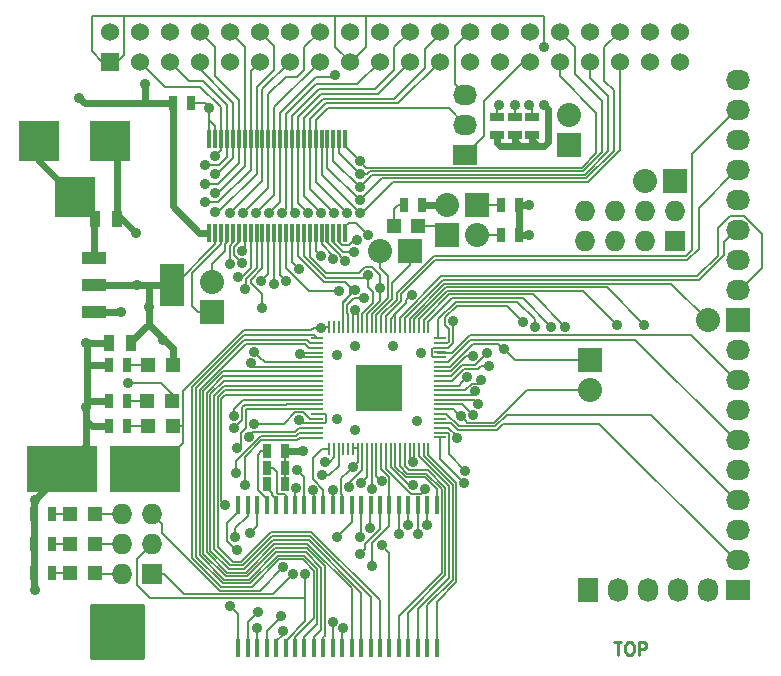
<source format=gtl>
G04 #@! TF.FileFunction,Copper,L1,Top,Signal*
%FSLAX46Y46*%
G04 Gerber Fmt 4.6, Leading zero omitted, Abs format (unit mm)*
G04 Created by KiCad (PCBNEW 0.201506030104+5696~23~ubuntu14.04.1-product) date Fri 05 Jun 2015 04:35:16 PM AEST*
%MOMM*%
G01*
G04 APERTURE LIST*
%ADD10C,0.100000*%
%ADD11C,0.262890*%
%ADD12R,1.524000X1.524000*%
%ADD13C,1.524000*%
%ADD14R,6.000000X4.000000*%
%ADD15R,0.419100X1.500000*%
%ADD16R,1.198880X1.198880*%
%ADD17R,2.032000X2.032000*%
%ADD18O,2.032000X2.032000*%
%ADD19R,2.032000X1.727200*%
%ADD20O,2.032000X1.727200*%
%ADD21R,1.727200X1.727200*%
%ADD22O,1.727200X1.727200*%
%ADD23R,0.299720X1.501140*%
%ADD24R,1.727200X2.032000*%
%ADD25O,1.727200X2.032000*%
%ADD26R,0.635000X1.143000*%
%ADD27R,0.889000X1.397000*%
%ADD28R,3.500120X3.500120*%
%ADD29R,2.032000X3.657600*%
%ADD30R,2.032000X1.016000*%
%ADD31R,1.143000X0.635000*%
%ADD32R,1.000000X0.198120*%
%ADD33R,1.000000X0.200660*%
%ADD34R,0.198120X1.000000*%
%ADD35R,0.200660X1.000000*%
%ADD36R,4.000000X4.000000*%
%ADD37C,0.889000*%
%ADD38C,0.600000*%
%ADD39C,0.152400*%
%ADD40C,0.254000*%
G04 APERTURE END LIST*
D10*
D11*
X68018054Y-71215368D02*
X68638540Y-71215368D01*
X68328297Y-72301218D02*
X68328297Y-71215368D01*
X69207318Y-71215368D02*
X69414147Y-71215368D01*
X69517561Y-71267075D01*
X69620975Y-71370489D01*
X69672683Y-71577318D01*
X69672683Y-71939268D01*
X69620975Y-72146096D01*
X69517561Y-72249511D01*
X69414147Y-72301218D01*
X69207318Y-72301218D01*
X69103904Y-72249511D01*
X69000490Y-72146096D01*
X68948783Y-71939268D01*
X68948783Y-71577318D01*
X69000490Y-71370489D01*
X69103904Y-71267075D01*
X69207318Y-71215368D01*
X70138047Y-72301218D02*
X70138047Y-71215368D01*
X70551704Y-71215368D01*
X70655118Y-71267075D01*
X70706825Y-71318782D01*
X70758532Y-71422196D01*
X70758532Y-71577318D01*
X70706825Y-71680732D01*
X70655118Y-71732439D01*
X70551704Y-71784146D01*
X70138047Y-71784146D01*
D12*
X25311100Y-22083600D03*
D13*
X27851100Y-22083600D03*
X30391100Y-22083600D03*
X32931100Y-22083600D03*
X35471100Y-22083600D03*
X38011100Y-22083600D03*
X25311100Y-19543600D03*
X27851100Y-19543600D03*
X30391100Y-19543600D03*
X32931100Y-19543600D03*
X35471100Y-19543600D03*
X38011100Y-19543600D03*
X40551100Y-22083600D03*
X40551100Y-19543600D03*
X43091100Y-22083600D03*
X45631100Y-22083600D03*
X48171100Y-22083600D03*
X50711100Y-22083600D03*
X53251100Y-22083600D03*
X55791100Y-22083600D03*
X43091100Y-19543600D03*
X45631100Y-19543600D03*
X48171100Y-19543600D03*
X50711100Y-19543600D03*
X53251100Y-19543600D03*
X55791100Y-19543600D03*
X58331100Y-22083600D03*
X58331100Y-19543600D03*
X60871100Y-22083600D03*
X63411100Y-22083600D03*
X65951100Y-22083600D03*
X68491100Y-22083600D03*
X71031100Y-22083600D03*
X73571100Y-22083600D03*
X60871100Y-19543600D03*
X63411100Y-19543600D03*
X65951100Y-19543600D03*
X68491100Y-19543600D03*
X71031100Y-19543600D03*
X73571100Y-19543600D03*
D14*
X28310000Y-56560000D03*
X21310000Y-56560000D03*
D15*
X36197680Y-71707500D03*
X36197680Y-59642500D03*
X36997780Y-71710040D03*
X36997780Y-59642500D03*
X37797880Y-71710040D03*
X37797880Y-59642500D03*
X38597980Y-71710040D03*
X38597980Y-59642500D03*
X39398080Y-71710040D03*
X39398080Y-59642500D03*
X40198180Y-71710040D03*
X40198180Y-59642500D03*
X40998280Y-71710040D03*
X40998280Y-59642500D03*
X41798380Y-71710040D03*
X41798380Y-59642500D03*
X42598480Y-71710040D03*
X42598480Y-59642500D03*
X43398580Y-71710040D03*
X43398580Y-59642500D03*
X44198680Y-71710040D03*
X44198680Y-59642500D03*
X44998780Y-71710040D03*
X44998780Y-59642500D03*
X45798880Y-71710040D03*
X45798880Y-59642500D03*
X46598980Y-71710040D03*
X46598980Y-59642500D03*
X47399080Y-71710040D03*
X47399080Y-59642500D03*
X48199180Y-71710040D03*
X48199180Y-59642500D03*
X48999280Y-71710040D03*
X48999280Y-59642500D03*
X49799380Y-71710040D03*
X49799380Y-59642500D03*
X50599480Y-71710040D03*
X50599480Y-59642500D03*
X51399580Y-71710040D03*
X51399580Y-59642500D03*
X52199680Y-71710040D03*
X52199680Y-59642500D03*
X52999780Y-71710040D03*
X52999780Y-59642500D03*
D16*
X24054020Y-65390000D03*
X21955980Y-65390000D03*
X24054020Y-62890000D03*
X21955980Y-62890000D03*
X24054020Y-60390000D03*
X21955980Y-60390000D03*
D17*
X65989200Y-47345600D03*
D18*
X65989200Y-49885600D03*
D19*
X55400000Y-29940000D03*
D20*
X55400000Y-27400000D03*
X55400000Y-24860000D03*
D17*
X64200000Y-29170000D03*
D18*
X64200000Y-26630000D03*
D16*
X30669020Y-52960000D03*
X28570980Y-52960000D03*
D21*
X28870000Y-65440000D03*
D22*
X26330000Y-65440000D03*
X28870000Y-62900000D03*
X26330000Y-62900000D03*
X28870000Y-60360000D03*
X26330000Y-60360000D03*
D23*
X38750700Y-28599500D03*
X38250320Y-28599500D03*
X37749940Y-28599500D03*
X37249560Y-28599500D03*
X36749180Y-28599500D03*
X36248800Y-28599500D03*
X35750960Y-28599500D03*
X35250580Y-28599500D03*
X34750200Y-28599500D03*
X34249820Y-28599500D03*
X33749440Y-28599500D03*
X45250560Y-28599500D03*
X44750180Y-28599500D03*
X44249800Y-28599500D03*
X43749420Y-28599500D03*
X43249040Y-28599500D03*
X42751200Y-28599500D03*
X42250820Y-28599500D03*
X41750440Y-36600500D03*
X41250060Y-28599500D03*
X40749680Y-28599500D03*
X40249300Y-28599500D03*
X39748920Y-28599500D03*
X39251080Y-28599500D03*
X39251080Y-36600500D03*
X39748920Y-36600500D03*
X40249300Y-36600500D03*
X40749680Y-36600500D03*
X41250060Y-36600500D03*
X41750440Y-28599500D03*
X42250820Y-36600500D03*
X42751200Y-36600500D03*
X43249040Y-36600500D03*
X43749420Y-36600500D03*
X44249800Y-36600500D03*
X44750180Y-36600500D03*
X45250560Y-36600500D03*
X33749440Y-36600500D03*
X34249820Y-36600500D03*
X34750200Y-36600500D03*
X35250580Y-36600500D03*
X35750960Y-36600500D03*
X36248800Y-36600500D03*
X36749180Y-36600500D03*
X37249560Y-36600500D03*
X37749940Y-36600500D03*
X38250320Y-36600500D03*
X38750700Y-36600500D03*
D19*
X78500000Y-43985000D03*
D20*
X78500000Y-41445000D03*
X78500000Y-38905000D03*
X78500000Y-36365000D03*
X78500000Y-33825000D03*
X78500000Y-31285000D03*
X78500000Y-28745000D03*
X78500000Y-26205000D03*
X78500000Y-23665000D03*
D19*
X78500000Y-66835000D03*
D20*
X78500000Y-64295000D03*
X78500000Y-61755000D03*
X78500000Y-59215000D03*
X78500000Y-56675000D03*
X78500000Y-54135000D03*
X78500000Y-51595000D03*
X78500000Y-49055000D03*
X78500000Y-46515000D03*
D24*
X65795000Y-66825000D03*
D25*
X68335000Y-66825000D03*
X70875000Y-66825000D03*
X73415000Y-66825000D03*
X75955000Y-66825000D03*
D17*
X78500000Y-43990000D03*
D18*
X75960000Y-43990000D03*
D26*
X30638000Y-25600000D03*
X32162000Y-25600000D03*
D27*
X25952500Y-35400000D03*
X24047500Y-35400000D03*
X27152500Y-45900000D03*
X25247500Y-45900000D03*
D17*
X53855000Y-36750000D03*
D18*
X56395000Y-36750000D03*
D17*
X56395000Y-34200000D03*
D18*
X53855000Y-34200000D03*
D17*
X73210000Y-32190000D03*
D18*
X70670000Y-32190000D03*
D16*
X51449020Y-36000000D03*
X49350980Y-36000000D03*
D17*
X50770000Y-38100000D03*
D18*
X48230000Y-38100000D03*
D28*
X25350140Y-28800000D03*
X19350660Y-28800000D03*
X22350400Y-33499000D03*
D21*
X73210000Y-37270000D03*
D22*
X73210000Y-34730000D03*
X70670000Y-37270000D03*
X70670000Y-34730000D03*
X68130000Y-37270000D03*
X68130000Y-34730000D03*
X65590000Y-37270000D03*
X65590000Y-34730000D03*
D17*
X34000000Y-43270000D03*
D18*
X34000000Y-40730000D03*
D16*
X30649020Y-47800000D03*
X28550980Y-47800000D03*
X30599020Y-50850000D03*
X28500980Y-50850000D03*
D29*
X30602000Y-41000000D03*
D30*
X23998000Y-41000000D03*
X23998000Y-43286000D03*
X23998000Y-38714000D03*
D31*
X59600000Y-28262000D03*
X59600000Y-26738000D03*
X58100000Y-28262000D03*
X58100000Y-26738000D03*
D26*
X18943000Y-65390000D03*
X20467000Y-65390000D03*
X18943000Y-62890000D03*
X20467000Y-62890000D03*
X18943000Y-60390000D03*
X20467000Y-60390000D03*
D31*
X61100000Y-28262000D03*
X61100000Y-26738000D03*
D26*
X58438000Y-36750000D03*
X59962000Y-36750000D03*
X59962000Y-34200000D03*
X58438000Y-34200000D03*
X40142000Y-56450000D03*
X38618000Y-56450000D03*
X40142000Y-55050000D03*
X38618000Y-55050000D03*
X50238000Y-34200000D03*
X51762000Y-34200000D03*
X40142000Y-57850000D03*
X38618000Y-57850000D03*
X26762000Y-47800000D03*
X25238000Y-47800000D03*
X26762000Y-50850000D03*
X25238000Y-50850000D03*
X26782000Y-52960000D03*
X25258000Y-52960000D03*
D32*
X42898080Y-45501380D03*
D33*
X42898080Y-45902700D03*
D32*
X42898080Y-46301480D03*
D33*
X42898080Y-46702800D03*
D32*
X42898080Y-47101580D03*
D33*
X42898080Y-47502900D03*
X42898080Y-47901680D03*
X42898080Y-48303000D03*
X42898080Y-48701780D03*
X42898080Y-49103100D03*
X42898080Y-49501880D03*
X42898080Y-49898120D03*
X42898080Y-50296900D03*
X42898080Y-50698220D03*
X42898080Y-51097000D03*
X42898080Y-51498320D03*
X42898080Y-51897100D03*
D32*
X42898080Y-52298420D03*
D33*
X42898080Y-52697200D03*
D32*
X42898080Y-53098520D03*
D33*
X42898080Y-53497300D03*
D32*
X42898080Y-53898620D03*
D34*
X43901380Y-54901920D03*
D35*
X44302700Y-54901920D03*
D34*
X44701480Y-54901920D03*
D35*
X45102800Y-54901920D03*
D34*
X45501580Y-54901920D03*
D35*
X45902900Y-54901920D03*
X46301680Y-54901920D03*
X46703000Y-54901920D03*
X47101780Y-54901920D03*
X47503100Y-54901920D03*
X47901880Y-54901920D03*
X48298120Y-54901920D03*
X48696900Y-54901920D03*
X49098220Y-54901920D03*
X49497000Y-54901920D03*
X49898320Y-54901920D03*
X50297100Y-54901920D03*
D34*
X50698420Y-54901920D03*
D35*
X51097200Y-54901920D03*
D34*
X51498520Y-54901920D03*
D35*
X51897300Y-54901920D03*
D34*
X52298620Y-54901920D03*
D32*
X53301920Y-53896080D03*
D33*
X53301920Y-53494760D03*
D32*
X53301920Y-53095980D03*
D33*
X53301920Y-52694660D03*
D32*
X53301920Y-52295880D03*
D33*
X53301920Y-51894560D03*
X53301920Y-51495780D03*
X53301920Y-51094460D03*
X53301920Y-50695680D03*
X53301920Y-50294360D03*
X53301920Y-49895580D03*
X53301920Y-49499340D03*
X53301920Y-49100560D03*
X53301920Y-48699240D03*
X53301920Y-48300460D03*
X53301920Y-47899140D03*
X53301920Y-47500360D03*
D32*
X53301920Y-47099040D03*
D33*
X53301920Y-46700260D03*
D32*
X53301920Y-46298940D03*
D33*
X53301920Y-45900160D03*
D32*
X53301920Y-45498840D03*
D34*
X52298620Y-44500620D03*
D35*
X51897300Y-44500620D03*
D34*
X51498520Y-44500620D03*
D35*
X51097200Y-44500620D03*
D34*
X50698420Y-44500620D03*
D35*
X50297100Y-44500620D03*
X49898320Y-44500620D03*
X49497000Y-44500620D03*
X49098220Y-44500620D03*
X48696900Y-44500620D03*
X48298120Y-44500620D03*
X47901880Y-44500620D03*
X47503100Y-44500620D03*
X47101780Y-44500620D03*
X46703000Y-44500620D03*
X46301680Y-44500620D03*
X45902900Y-44500620D03*
D34*
X45501580Y-44500620D03*
D35*
X45102800Y-44500620D03*
D34*
X44701480Y-44500620D03*
D35*
X44302700Y-44500620D03*
D34*
X43901380Y-44500620D03*
D36*
X48100000Y-49700000D03*
D37*
X27432000Y-68834000D03*
X25958800Y-68834000D03*
X24384000Y-68834000D03*
X18950000Y-66850000D03*
X18950000Y-59150000D03*
X23347500Y-45900000D03*
X22750000Y-25150000D03*
X28300000Y-23950000D03*
X23347500Y-51321955D03*
X45081993Y-70015754D03*
X49635570Y-51226244D03*
X49655141Y-48154404D03*
X46558181Y-48154404D03*
X46558181Y-51244332D03*
X46060000Y-53270002D03*
X44560000Y-52290000D03*
X44530000Y-46910000D03*
X46110000Y-46120000D03*
X49310000Y-46120000D03*
X51680000Y-46730000D03*
X51330000Y-52470000D03*
X41720000Y-55060000D03*
X44207256Y-58350869D03*
X26300000Y-43300000D03*
X62100000Y-25750000D03*
X62100000Y-20800000D03*
X26850000Y-49250000D03*
X50867114Y-41802602D03*
X41460000Y-46829780D03*
X60782200Y-36753800D03*
X29814066Y-45614066D03*
X28600000Y-42816964D03*
X27612316Y-41000000D03*
X45900000Y-56375000D03*
X60800000Y-34200000D03*
X44187547Y-69482363D03*
X46100000Y-43070000D03*
X54384701Y-44050830D03*
X54703641Y-53939951D03*
X50970220Y-55970449D03*
X41348612Y-52425400D03*
X70575000Y-44375000D03*
X68300000Y-44400000D03*
X36555040Y-39150000D03*
X36555040Y-38099110D03*
X34200000Y-30100000D03*
X33400000Y-30800000D03*
X34200000Y-31600000D03*
X33400000Y-34000000D03*
X33400000Y-32400000D03*
X34200000Y-33200000D03*
X34200000Y-34800000D03*
X35500000Y-34900000D03*
X37700000Y-34900000D03*
X39900000Y-34900000D03*
X42100000Y-34900000D03*
X44300000Y-34900000D03*
X36600000Y-34900000D03*
X44400000Y-23200000D03*
X38800000Y-34900000D03*
X41000000Y-34900000D03*
X43200000Y-34900000D03*
X58300000Y-25750000D03*
X59600000Y-25750000D03*
X46500000Y-30500000D03*
X46500000Y-32700000D03*
X46500000Y-34900000D03*
X46500000Y-31600000D03*
X46500000Y-33800000D03*
X35866404Y-52075000D03*
X35858752Y-53119451D03*
X58670246Y-46402938D03*
X35475000Y-39175000D03*
X45400000Y-34900000D03*
X60850000Y-25750000D03*
X41890796Y-65467260D03*
X52021911Y-58295586D03*
X48343273Y-63018023D03*
X39977179Y-64898254D03*
X51025481Y-57926290D03*
X47163663Y-36730473D03*
X43529868Y-55933027D03*
X42525859Y-58383985D03*
X46217390Y-37165336D03*
X41148000Y-56618987D03*
X43270000Y-57090002D03*
X37278325Y-47629899D03*
X38150019Y-40650019D03*
X37517434Y-52739748D03*
X36749981Y-41299981D03*
X45975968Y-38178374D03*
X41125260Y-58196465D03*
X45593120Y-58059136D03*
X45265015Y-38939349D03*
X46587562Y-57749903D03*
X44212117Y-38792451D03*
X47486871Y-58275051D03*
X35116790Y-59600000D03*
X46508193Y-63757643D03*
X47317187Y-61539061D03*
X36133499Y-54783499D03*
X37540242Y-46621961D03*
X39260693Y-40928564D03*
X36165760Y-40312263D03*
X37069626Y-53847374D03*
X46526056Y-62328109D03*
X36000520Y-56900000D03*
X44525000Y-62350000D03*
X36790000Y-57960000D03*
X52200000Y-61300000D03*
X55330290Y-57738054D03*
X51400000Y-62043480D03*
X55398132Y-56698855D03*
X40262778Y-40624377D03*
X56060000Y-51984111D03*
X50609575Y-61291063D03*
X56465738Y-51024989D03*
X49800000Y-62050000D03*
X56278415Y-50000563D03*
X37150000Y-62000000D03*
X56737846Y-49065971D03*
X35950000Y-62360000D03*
X55591415Y-48761194D03*
X36050000Y-63450000D03*
X57392831Y-47807263D03*
X57276112Y-46727861D03*
X35511454Y-68144314D03*
X41350000Y-39625000D03*
X56056456Y-46995581D03*
X60272090Y-44080156D03*
X37900000Y-68650000D03*
X37800000Y-70000000D03*
X61300000Y-44522071D03*
X39850000Y-69050000D03*
X62698900Y-44522071D03*
X39943674Y-70240474D03*
X63875000Y-44522071D03*
X38167448Y-42956467D03*
X55018621Y-52069015D03*
X33700000Y-26000000D03*
X27550000Y-36550000D03*
X47221661Y-40160969D03*
X46101682Y-41403386D03*
X40849396Y-65467268D03*
X47560000Y-64780000D03*
X43200000Y-44600000D03*
X43196718Y-38561140D03*
X48326880Y-57600000D03*
X48208686Y-41242395D03*
X46884785Y-42089890D03*
X44700000Y-41500000D03*
D38*
X24384000Y-68834000D02*
X25958800Y-68834000D01*
X23347500Y-51321955D02*
X23347500Y-54522500D01*
X23347500Y-54522500D02*
X21310000Y-56560000D01*
X21310000Y-56560000D02*
X21310000Y-56790000D01*
X21310000Y-56790000D02*
X18950000Y-59150000D01*
X23347500Y-52477500D02*
X23830000Y-52960000D01*
X23830000Y-52960000D02*
X25258000Y-52960000D01*
X23347500Y-51321955D02*
X23347500Y-52477500D01*
X30638000Y-25600000D02*
X28300000Y-25600000D01*
X18943000Y-65390000D02*
X18943000Y-66843000D01*
X18943000Y-66843000D02*
X18950000Y-66850000D01*
X18943000Y-59157000D02*
X18950000Y-59150000D01*
X18943000Y-60390000D02*
X18943000Y-59157000D01*
X18943000Y-62890000D02*
X18943000Y-60390000D01*
X18943000Y-65390000D02*
X18943000Y-62890000D01*
X53855000Y-34200000D02*
X51762000Y-34200000D01*
X23350000Y-50850000D02*
X25250000Y-50850000D01*
X25250000Y-47800000D02*
X23350000Y-47800000D01*
X23350000Y-45900000D02*
X25247500Y-45900000D01*
X23347500Y-45900000D02*
X23350000Y-45900000D01*
X23350000Y-45900000D02*
X23350000Y-47800000D01*
X23350000Y-47800000D02*
X23350000Y-50850000D01*
X30638000Y-25600000D02*
X30638000Y-34338000D01*
X30638000Y-34338000D02*
X32900000Y-36600000D01*
X32900000Y-36600000D02*
X33500000Y-36600000D01*
D39*
X33500500Y-36600500D02*
X33500000Y-36600000D01*
X33749440Y-36600500D02*
X33500500Y-36600500D01*
D38*
X28300000Y-25600000D02*
X23200000Y-25600000D01*
X23200000Y-25600000D02*
X22750000Y-25150000D01*
X22350400Y-33499000D02*
X22349000Y-33499000D01*
X22349000Y-33499000D02*
X19350660Y-30500660D01*
X19350660Y-30500660D02*
X19350660Y-28800000D01*
X23651400Y-34800000D02*
X22350400Y-33499000D01*
X23998000Y-38714000D02*
X23998000Y-35146600D01*
X23998000Y-35146600D02*
X22350400Y-33499000D01*
X23998000Y-35146600D02*
X22350400Y-33499000D01*
D39*
X40142000Y-57850000D02*
X40142000Y-56450000D01*
X40142000Y-56450000D02*
X40142000Y-55050000D01*
D38*
X28300000Y-25600000D02*
X28300000Y-23950000D01*
X23350000Y-51319455D02*
X23347500Y-51321955D01*
X23350000Y-50850000D02*
X23350000Y-51319455D01*
D39*
X44198680Y-58827329D02*
X44200000Y-58826009D01*
X44200000Y-59641180D02*
X44198680Y-59642500D01*
X44200000Y-58826009D02*
X44200000Y-59641180D01*
X44998780Y-71710040D02*
X44998780Y-70098967D01*
X44998780Y-70098967D02*
X45081993Y-70015754D01*
D38*
X41710000Y-55050000D02*
X41720000Y-55060000D01*
X40142000Y-55050000D02*
X41710000Y-55050000D01*
D39*
X44200000Y-58826009D02*
X44207256Y-58818753D01*
X44207256Y-58818753D02*
X44207256Y-58350869D01*
X30599020Y-50850000D02*
X30599020Y-50199020D01*
X30599020Y-50199020D02*
X29650000Y-49250000D01*
X29650000Y-49250000D02*
X26850000Y-49250000D01*
D38*
X24000000Y-43288000D02*
X23998000Y-43286000D01*
X23998000Y-43286000D02*
X26286000Y-43286000D01*
X26286000Y-43286000D02*
X26300000Y-43300000D01*
D39*
X25311100Y-22083600D02*
X25916400Y-22083600D01*
X25916400Y-22083600D02*
X26500000Y-21500000D01*
D38*
X61100000Y-28262000D02*
X61100000Y-28800000D01*
X61100000Y-28800000D02*
X61550000Y-29250000D01*
X59600000Y-28262000D02*
X59600000Y-28800000D01*
X59600000Y-28800000D02*
X60050000Y-29250000D01*
X58100000Y-28262000D02*
X58100000Y-29000000D01*
X58100000Y-29000000D02*
X58350000Y-29250000D01*
X58350000Y-29250000D02*
X60050000Y-29250000D01*
X60050000Y-29250000D02*
X61550000Y-29250000D01*
X61550000Y-29250000D02*
X62050000Y-29250000D01*
X62050000Y-29250000D02*
X62400000Y-28900000D01*
X62400000Y-28900000D02*
X62400000Y-26050000D01*
X62400000Y-26050000D02*
X62100000Y-25750000D01*
D39*
X62100000Y-20800000D02*
X62100000Y-18250000D01*
X45631100Y-22083600D02*
X45716400Y-22083600D01*
X45716400Y-22083600D02*
X47000000Y-20800000D01*
X47000000Y-20800000D02*
X47000000Y-18250000D01*
X45631100Y-22083600D02*
X45631100Y-22031100D01*
X45631100Y-22031100D02*
X44400000Y-20800000D01*
X44400000Y-20800000D02*
X44400000Y-18250000D01*
X26500000Y-18250000D02*
X26600000Y-18250000D01*
X26600000Y-18250000D02*
X44400000Y-18250000D01*
X44400000Y-18250000D02*
X47000000Y-18250000D01*
X26500000Y-21500000D02*
X26500000Y-18250000D01*
X26500000Y-21500000D02*
X25916400Y-22083600D01*
X25311100Y-22083600D02*
X25416400Y-22083600D01*
X47000000Y-18250000D02*
X62100000Y-18250000D01*
X23800000Y-18250000D02*
X26600000Y-18250000D01*
X23800000Y-21200000D02*
X23800000Y-18250000D01*
X24683600Y-22083600D02*
X23800000Y-21200000D01*
X25311100Y-22083600D02*
X24683600Y-22083600D01*
X50422615Y-42247101D02*
X50867114Y-41802602D01*
X50422615Y-42525175D02*
X50422615Y-42247101D01*
X49497000Y-43450790D02*
X50422615Y-42525175D01*
X42898080Y-47101580D02*
X41731800Y-47101580D01*
X41586980Y-46702800D02*
X41460000Y-46829780D01*
X42898080Y-46702800D02*
X41586980Y-46702800D01*
X41731800Y-47101580D02*
X41460000Y-46829780D01*
X53301920Y-47099040D02*
X52649520Y-47099040D01*
X52649520Y-47099040D02*
X52573319Y-47022839D01*
X52573319Y-47022839D02*
X52573319Y-46375141D01*
X52573319Y-46375141D02*
X52649520Y-46298940D01*
X52649520Y-46298940D02*
X53301920Y-46298940D01*
X53301920Y-46298940D02*
X53954320Y-46298940D01*
X53954320Y-46298940D02*
X54384701Y-45868559D01*
X54384701Y-45868559D02*
X54384701Y-44679447D01*
X54384701Y-44679447D02*
X54384701Y-44050830D01*
X45902900Y-54746980D02*
X46301680Y-54746980D01*
X46301680Y-54746980D02*
X46300000Y-54748660D01*
X46300000Y-54748660D02*
X46300000Y-54750000D01*
X46300000Y-54750000D02*
X46301680Y-54746980D01*
D38*
X59962000Y-36750000D02*
X60778400Y-36750000D01*
X60778400Y-36750000D02*
X60782200Y-36753800D01*
X59962000Y-34200000D02*
X60800000Y-34200000D01*
X29918022Y-45618022D02*
X30649020Y-46349020D01*
X28600000Y-44300000D02*
X29918022Y-45618022D01*
D39*
X30649020Y-46449020D02*
X29814066Y-45614066D01*
X29814066Y-45614066D02*
X28550000Y-44350000D01*
D38*
X29918022Y-45618022D02*
X29818022Y-45618022D01*
X29818022Y-45618022D02*
X29814066Y-45614066D01*
X30649020Y-46349020D02*
X30649020Y-47800000D01*
X28600000Y-42451852D02*
X28600000Y-41000000D01*
X28600000Y-44300000D02*
X28600000Y-42451852D01*
X28600000Y-42451852D02*
X28600000Y-42816964D01*
X27322744Y-41000000D02*
X28600000Y-41000000D01*
X23998000Y-41000000D02*
X27322744Y-41000000D01*
X27322744Y-41000000D02*
X27612316Y-41000000D01*
X78500000Y-33825000D02*
X78347600Y-33825000D01*
D39*
X46301680Y-55973320D02*
X45900000Y-56375000D01*
X46301680Y-54746980D02*
X46301680Y-55973320D01*
X46300000Y-54748660D02*
X46301680Y-54746980D01*
D38*
X59962000Y-36750000D02*
X59962000Y-34200000D01*
D39*
X30649020Y-47800000D02*
X30649020Y-46449020D01*
D38*
X27152500Y-45900000D02*
X27152500Y-45747500D01*
X27152500Y-45747500D02*
X28550000Y-44350000D01*
X28550000Y-44350000D02*
X28600000Y-44300000D01*
X28600000Y-41000000D02*
X30602000Y-41000000D01*
D39*
X30800000Y-41000000D02*
X30602000Y-41000000D01*
X34249820Y-37550180D02*
X30800000Y-41000000D01*
X34249820Y-36600500D02*
X34249820Y-37550180D01*
D38*
X73210000Y-37270000D02*
X73130000Y-37270000D01*
D39*
X44198680Y-71710040D02*
X44198680Y-69493496D01*
X44198680Y-69493496D02*
X44187547Y-69482363D01*
X46301680Y-43271680D02*
X46100000Y-43070000D01*
X46301680Y-44500620D02*
X46301680Y-43271680D01*
X45902900Y-43267100D02*
X46100000Y-43070000D01*
X45902900Y-44500620D02*
X45902900Y-43267100D01*
X43053020Y-51897100D02*
X43507302Y-51897100D01*
X44920000Y-57355000D02*
X45455501Y-56819499D01*
X44998780Y-59642500D02*
X44998780Y-58740100D01*
X45455501Y-56819499D02*
X45900000Y-56375000D01*
X44920000Y-58661320D02*
X44920000Y-57355000D01*
X44998780Y-58740100D02*
X44920000Y-58661320D01*
X53989180Y-53095980D02*
X54703641Y-53810441D01*
X53301920Y-53095980D02*
X53989180Y-53095980D01*
X54703641Y-53810441D02*
X54703641Y-53939951D01*
X49497000Y-44500620D02*
X49497000Y-43450790D01*
X49495650Y-43450790D02*
X49497000Y-43450790D01*
X49098220Y-43848220D02*
X49495650Y-43450790D01*
X49098220Y-44500620D02*
X49098220Y-43848220D01*
X51097200Y-55843469D02*
X50970220Y-55970449D01*
X50698420Y-55698649D02*
X50970220Y-55970449D01*
X50698420Y-54901920D02*
X50698420Y-55698649D01*
X51097200Y-54901920D02*
X51097200Y-55843469D01*
X43626681Y-52620999D02*
X43550480Y-52697200D01*
X43550480Y-52697200D02*
X42898080Y-52697200D01*
X43626681Y-52016479D02*
X43626681Y-52620999D01*
X43507302Y-51897100D02*
X43626681Y-52016479D01*
X42898080Y-52697200D02*
X41620412Y-52697200D01*
X41620412Y-52697200D02*
X41348612Y-52425400D01*
X74627200Y-37999982D02*
X74627200Y-29925400D01*
X49603207Y-42235727D02*
X49603207Y-41683507D01*
X48298120Y-44500620D02*
X48298120Y-43540814D01*
X74077192Y-38549990D02*
X74627200Y-37999982D01*
X49603207Y-41683507D02*
X52736724Y-38549990D01*
X48298120Y-43540814D02*
X49603207Y-42235727D01*
X52736724Y-38549990D02*
X74077192Y-38549990D01*
X78347600Y-26205000D02*
X78500000Y-26205000D01*
X74627200Y-29925400D02*
X78347600Y-26205000D01*
X75172178Y-37949992D02*
X75172178Y-34460422D01*
X48696900Y-44500620D02*
X48696900Y-43573100D01*
X49953217Y-41764563D02*
X52817780Y-38900000D01*
X78347600Y-31285000D02*
X78500000Y-31285000D01*
X75172178Y-34460422D02*
X78347600Y-31285000D01*
X52817780Y-38900000D02*
X74222170Y-38900000D01*
X49953217Y-42316783D02*
X49953217Y-41764563D01*
X74222170Y-38900000D02*
X75172178Y-37949992D01*
X48696900Y-43573100D02*
X49953217Y-42316783D01*
X75206160Y-40566658D02*
X77331600Y-38441218D01*
X77331600Y-37381000D02*
X78347600Y-36365000D01*
X77331600Y-38441218D02*
X77331600Y-37381000D01*
X50297100Y-43799872D02*
X53530314Y-40566658D01*
X50297100Y-44500620D02*
X50297100Y-43799872D01*
X53530314Y-40566658D02*
X75206160Y-40566658D01*
X78347600Y-36365000D02*
X78500000Y-36365000D01*
X80510000Y-39587400D02*
X78652400Y-41445000D01*
X80510000Y-36647718D02*
X80510000Y-39587400D01*
X53404057Y-40261849D02*
X75015981Y-40261849D01*
X76775020Y-38502810D02*
X76775020Y-36175410D01*
X77810430Y-35140000D02*
X79002282Y-35140000D01*
X78652400Y-41445000D02*
X78500000Y-41445000D01*
X76775020Y-36175410D02*
X77810430Y-35140000D01*
X49898320Y-43767586D02*
X53404057Y-40261849D01*
X79002282Y-35140000D02*
X80510000Y-36647718D01*
X75015981Y-40261849D02*
X76775020Y-38502810D01*
X49898320Y-44500620D02*
X49898320Y-43767586D01*
X51097200Y-43861904D02*
X51097200Y-44500620D01*
X53782827Y-41176277D02*
X51097200Y-43861904D01*
X70575000Y-44375000D02*
X67376277Y-41176277D01*
X67376277Y-41176277D02*
X53782827Y-41176277D01*
X65381087Y-41481087D02*
X53909083Y-41481087D01*
X51498520Y-43891650D02*
X51498520Y-44500620D01*
X53909083Y-41481087D02*
X51498520Y-43891650D01*
X68300000Y-44400000D02*
X65381087Y-41481087D01*
X50698420Y-43829618D02*
X50698420Y-43848220D01*
X50698420Y-43848220D02*
X50698420Y-44500620D01*
X53656571Y-40871467D02*
X50698420Y-43829618D01*
X72841467Y-40871467D02*
X53656571Y-40871467D01*
X75960000Y-43990000D02*
X72841467Y-40871467D01*
X50770000Y-39268400D02*
X50770000Y-38100000D01*
X49253197Y-42154671D02*
X49253197Y-40832803D01*
X50770000Y-39316000D02*
X50770000Y-39268400D01*
X47901880Y-43505988D02*
X49253197Y-42154671D01*
X47901880Y-44500620D02*
X47901880Y-43505988D01*
X49253197Y-40832803D02*
X50770000Y-39316000D01*
X35860539Y-37765749D02*
X35860539Y-38455499D01*
X36248800Y-36600500D02*
X36248800Y-37377488D01*
X35860539Y-38455499D02*
X36555040Y-39150000D01*
X36248800Y-37377488D02*
X35860539Y-37765749D01*
X36749180Y-37551070D02*
X36749180Y-36600500D01*
X36750000Y-37551890D02*
X36750000Y-37904150D01*
X36749180Y-37551070D02*
X36750000Y-37551890D01*
X36750000Y-37904150D02*
X36555040Y-38099110D01*
X47500000Y-44497520D02*
X47503100Y-44500620D01*
X47500000Y-43467838D02*
X47500000Y-44497520D01*
X48903187Y-42064651D02*
X47500000Y-43467838D01*
X48230000Y-38100000D02*
X48230000Y-39536840D01*
X48903187Y-40210027D02*
X48903187Y-42064651D01*
X48230000Y-39536840D02*
X48903187Y-40210027D01*
X34750200Y-28599500D02*
X34750200Y-29549800D01*
X34750200Y-29549800D02*
X34200000Y-30100000D01*
X33000000Y-24200000D02*
X29967500Y-24200000D01*
X29967500Y-24200000D02*
X27851100Y-22083600D01*
X34750200Y-28599500D02*
X34750200Y-25950200D01*
X34750200Y-25950200D02*
X33000000Y-24200000D01*
X35250580Y-28599500D02*
X35250580Y-30149420D01*
X33200000Y-23700000D02*
X32007500Y-23700000D01*
X32007500Y-23700000D02*
X30391100Y-22083600D01*
X35250580Y-28599500D02*
X35250580Y-25750580D01*
X35250580Y-25750580D02*
X33200000Y-23700000D01*
X35250580Y-30149420D02*
X34600000Y-30800000D01*
X34600000Y-30800000D02*
X33400000Y-30800000D01*
X35750960Y-28599500D02*
X35750960Y-25550960D01*
X35750960Y-25550960D02*
X32931100Y-22731100D01*
X32931100Y-22731100D02*
X32931100Y-22083600D01*
X35750960Y-28599500D02*
X35750960Y-30249040D01*
X35750960Y-30249040D02*
X34400000Y-31600000D01*
X34400000Y-31600000D02*
X34200000Y-31600000D01*
X37249560Y-28599500D02*
X37249560Y-22845140D01*
X37249560Y-22845140D02*
X38011100Y-22083600D01*
X37249560Y-28599500D02*
X37249560Y-31250440D01*
X37249560Y-31250440D02*
X34500000Y-34000000D01*
X34500000Y-34000000D02*
X33400000Y-34000000D01*
X34200000Y-23300000D02*
X34200000Y-20812500D01*
X34200000Y-20812500D02*
X32931100Y-19543600D01*
X32931100Y-19543600D02*
X32931100Y-19568900D01*
X36248800Y-28599500D02*
X36248800Y-25348800D01*
X36248800Y-25348800D02*
X34200000Y-23300000D01*
X36248800Y-28599500D02*
X36248800Y-30651200D01*
X36248800Y-30651200D02*
X34500000Y-32400000D01*
X34500000Y-32400000D02*
X33400000Y-32400000D01*
X36749180Y-28599500D02*
X36749180Y-20821680D01*
X36749180Y-20821680D02*
X35471100Y-19543600D01*
X35471100Y-19543600D02*
X35456400Y-19543600D01*
X36749180Y-28599500D02*
X36749180Y-30950820D01*
X36749180Y-30950820D02*
X34500000Y-33200000D01*
X34500000Y-33200000D02*
X34200000Y-33200000D01*
X37749940Y-28599500D02*
X37749940Y-24250060D01*
X37749940Y-24250060D02*
X39200000Y-22800000D01*
X39200000Y-22800000D02*
X39200000Y-20732500D01*
X39200000Y-20732500D02*
X38011100Y-19543600D01*
X37749940Y-28599500D02*
X37749940Y-31550060D01*
X37749940Y-31550060D02*
X34500000Y-34800000D01*
X34500000Y-34800000D02*
X34200000Y-34800000D01*
X38250320Y-28599500D02*
X38250320Y-24384380D01*
X38250320Y-24384380D02*
X40551100Y-22083600D01*
X38250320Y-28599500D02*
X38250320Y-32149680D01*
X38250320Y-32149680D02*
X35500000Y-34900000D01*
X39251080Y-28599500D02*
X39251080Y-25923620D01*
X39251080Y-25923620D02*
X43091100Y-22083600D01*
X39251080Y-28599500D02*
X39251080Y-33348920D01*
X39251080Y-33348920D02*
X37700000Y-34900000D01*
X40249300Y-28599500D02*
X40249300Y-26550700D01*
X40249300Y-26550700D02*
X42800000Y-24000000D01*
X42800000Y-24000000D02*
X46254700Y-24000000D01*
X46254700Y-24000000D02*
X48171100Y-22083600D01*
X40249300Y-28599500D02*
X40249300Y-34550700D01*
X40249300Y-34550700D02*
X39900000Y-34900000D01*
X41250060Y-28599500D02*
X41250060Y-26749940D01*
X41250060Y-26749940D02*
X43200000Y-24800000D01*
X43200000Y-24800000D02*
X47994700Y-24800000D01*
X47994700Y-24800000D02*
X50711100Y-22083600D01*
X41250060Y-28599500D02*
X41250060Y-34050060D01*
X41250060Y-34050060D02*
X42100000Y-34900000D01*
X42250820Y-28599500D02*
X42250820Y-26949180D01*
X42250820Y-26949180D02*
X43600000Y-25600000D01*
X43600000Y-25600000D02*
X49734700Y-25600000D01*
X49734700Y-25600000D02*
X53251100Y-22083600D01*
X42250820Y-32850820D02*
X44300000Y-34900000D01*
X42250820Y-28599500D02*
X42250820Y-32850820D01*
X38750700Y-28599500D02*
X38750700Y-24849300D01*
X38750700Y-24849300D02*
X40200000Y-23400000D01*
X40200000Y-23400000D02*
X41200000Y-23400000D01*
X41200000Y-23400000D02*
X41800000Y-22800000D01*
X41800000Y-22800000D02*
X41800000Y-20834700D01*
X41800000Y-20834700D02*
X43091100Y-19543600D01*
X38750700Y-28599500D02*
X38750700Y-32749300D01*
X38750700Y-32749300D02*
X36600000Y-34900000D01*
X39748920Y-28599500D02*
X39748920Y-26451080D01*
X39748920Y-26451080D02*
X42800000Y-23400000D01*
X42800000Y-23400000D02*
X44200000Y-23400000D01*
X44200000Y-23400000D02*
X44400000Y-23200000D01*
X39748920Y-28599500D02*
X39748920Y-33951080D01*
X39748920Y-33951080D02*
X38800000Y-34900000D01*
X40749680Y-28599500D02*
X40749680Y-26650320D01*
X40749680Y-26650320D02*
X43000000Y-24400000D01*
X43000000Y-24400000D02*
X47800000Y-24400000D01*
X47800000Y-24400000D02*
X49400000Y-22800000D01*
X49400000Y-22800000D02*
X49400000Y-20854700D01*
X49400000Y-20854700D02*
X50711100Y-19543600D01*
X40749680Y-28599500D02*
X40749680Y-34649680D01*
X40749680Y-34649680D02*
X41000000Y-34900000D01*
X53251100Y-19543600D02*
X53251100Y-19748900D01*
X53251100Y-19748900D02*
X52000000Y-21000000D01*
X52000000Y-21000000D02*
X52000000Y-22600000D01*
X52000000Y-22600000D02*
X49400000Y-25200000D01*
X49400000Y-25200000D02*
X43400000Y-25200000D01*
X43400000Y-25200000D02*
X41750440Y-26849560D01*
X41750440Y-26849560D02*
X41750440Y-28599500D01*
X53251100Y-19543600D02*
X53251100Y-19548900D01*
X41750440Y-28599500D02*
X41750440Y-33450440D01*
X41750440Y-33450440D02*
X43200000Y-34900000D01*
X54525000Y-20725000D02*
X54525000Y-23985000D01*
X54525000Y-23985000D02*
X55400000Y-24860000D01*
X55706400Y-19543600D02*
X54525000Y-20725000D01*
X55791100Y-19543600D02*
X55791100Y-19791100D01*
X55791100Y-19543600D02*
X55706400Y-19543600D01*
X58100000Y-26738000D02*
X58100000Y-25950000D01*
X58100000Y-25950000D02*
X58300000Y-25750000D01*
X59600000Y-26738000D02*
X59600000Y-25750000D01*
X60871100Y-22083600D02*
X60316400Y-22083600D01*
X60316400Y-22083600D02*
X57000000Y-25400000D01*
X57000000Y-25400000D02*
X57000000Y-28340000D01*
X57000000Y-28340000D02*
X55400000Y-29940000D01*
X60871100Y-22083600D02*
X60216400Y-22083600D01*
X63411100Y-23311100D02*
X63411100Y-22083600D01*
X66500000Y-26400000D02*
X63411100Y-23311100D01*
X65280976Y-31038760D02*
X66500000Y-29819736D01*
X47038760Y-31038760D02*
X65280976Y-31038760D01*
X46500000Y-30500000D02*
X47038760Y-31038760D01*
X66500000Y-29819736D02*
X66500000Y-26400000D01*
X45250560Y-28599500D02*
X45250560Y-29250560D01*
X45250560Y-29250560D02*
X46500000Y-30500000D01*
X45250560Y-28449440D02*
X45250560Y-28599500D01*
X47551620Y-31648380D02*
X65533488Y-31648380D01*
X65951100Y-23451100D02*
X65951100Y-22083600D01*
X65533488Y-31648380D02*
X67500000Y-29681868D01*
X46500000Y-32700000D02*
X47551620Y-31648380D01*
X67500000Y-29681868D02*
X67500000Y-25000000D01*
X67500000Y-25000000D02*
X65951100Y-23451100D01*
X44249800Y-28599500D02*
X44249800Y-30449800D01*
X44249800Y-30449800D02*
X46500000Y-32700000D01*
X65786000Y-32258000D02*
X68491100Y-29552900D01*
X46500000Y-34900000D02*
X46675000Y-34900000D01*
X46675000Y-34900000D02*
X49317000Y-32258000D01*
X49317000Y-32258000D02*
X65786000Y-32258000D01*
X68491100Y-29552900D02*
X68491100Y-22083600D01*
X43249040Y-28599500D02*
X43249040Y-31649040D01*
X43249040Y-31649040D02*
X46500000Y-34900000D01*
X67000000Y-29750802D02*
X67000000Y-25400000D01*
X64700000Y-23100000D02*
X64700000Y-20832500D01*
X64700000Y-20832500D02*
X63411100Y-19543600D01*
X65407232Y-31343570D02*
X67000000Y-29750802D01*
X46500000Y-31600000D02*
X47128617Y-31600000D01*
X47385047Y-31343570D02*
X65407232Y-31343570D01*
X67000000Y-25400000D02*
X64700000Y-23100000D01*
X47128617Y-31600000D02*
X47385047Y-31343570D01*
X44750180Y-28599500D02*
X44750180Y-29850180D01*
X44750180Y-29850180D02*
X46500000Y-31600000D01*
X46500000Y-33800000D02*
X48346810Y-31953190D01*
X67200000Y-20834700D02*
X68491100Y-19543600D01*
X68000000Y-29612934D02*
X68000000Y-24500000D01*
X65659744Y-31953190D02*
X68000000Y-29612934D01*
X68000000Y-24500000D02*
X67200000Y-23700000D01*
X48346810Y-31953190D02*
X65659744Y-31953190D01*
X67200000Y-23700000D02*
X67200000Y-20834700D01*
X68491100Y-19543600D02*
X68491100Y-19608900D01*
X43749420Y-31049420D02*
X46500000Y-33800000D01*
X43749420Y-28599500D02*
X43749420Y-31049420D01*
X35866404Y-52075000D02*
X35866404Y-51446383D01*
X35866404Y-51446383D02*
X36614567Y-50698220D01*
X36614567Y-50698220D02*
X42245680Y-50698220D01*
X42245680Y-50698220D02*
X42898080Y-50698220D01*
X34000000Y-39225000D02*
X34000000Y-40730000D01*
X35099990Y-38125010D02*
X34000000Y-39225000D01*
X35099990Y-37516948D02*
X35099990Y-38125010D01*
X35250580Y-37366358D02*
X35099990Y-37516948D01*
X35250580Y-36600500D02*
X35250580Y-37366358D01*
X36755928Y-51104810D02*
X40207714Y-51104809D01*
X40207714Y-51104809D02*
X40215523Y-51097000D01*
X36539505Y-51321233D02*
X36755928Y-51104810D01*
X36539505Y-52438698D02*
X36539505Y-51321233D01*
X35858752Y-53119451D02*
X36539505Y-52438698D01*
X40215523Y-51097000D02*
X42245680Y-51097000D01*
X42245680Y-51097000D02*
X42898080Y-51097000D01*
X34750200Y-36600500D02*
X34749980Y-36600720D01*
X34749980Y-36600720D02*
X34749980Y-37557040D01*
X34749980Y-37557040D02*
X32320000Y-39987020D01*
X32320000Y-42806000D02*
X32784000Y-43270000D01*
X32320000Y-39987020D02*
X32320000Y-42806000D01*
X32784000Y-43270000D02*
X34000000Y-43270000D01*
X24104020Y-65440000D02*
X24054020Y-65390000D01*
X26330000Y-65440000D02*
X24104020Y-65440000D01*
X21955980Y-65390000D02*
X20467000Y-65390000D01*
X24064020Y-62900000D02*
X24054020Y-62890000D01*
X26330000Y-62900000D02*
X24064020Y-62900000D01*
X21955980Y-62890000D02*
X20467000Y-62890000D01*
X24084020Y-60360000D02*
X24054020Y-60390000D01*
X26330000Y-60360000D02*
X24084020Y-60360000D01*
X21955980Y-60390000D02*
X20467000Y-60390000D01*
X35750960Y-37380340D02*
X35475000Y-37656300D01*
X35475000Y-37656300D02*
X35475000Y-39175000D01*
X35750960Y-36600500D02*
X35750960Y-37380340D01*
X59612908Y-47345600D02*
X65989200Y-47345600D01*
X58670246Y-46402938D02*
X59612908Y-47345600D01*
X54164081Y-47899140D02*
X56104782Y-45958439D01*
X58225747Y-45958439D02*
X58670246Y-46402938D01*
X53301920Y-47899140D02*
X54164081Y-47899140D01*
X56104782Y-45958439D02*
X58225747Y-45958439D01*
X42751200Y-28599500D02*
X42751200Y-27048800D01*
X42751200Y-27048800D02*
X43800000Y-26000000D01*
X43800000Y-26000000D02*
X54000000Y-26000000D01*
X54000000Y-26000000D02*
X55400000Y-27400000D01*
X42751200Y-28599500D02*
X42751200Y-32251200D01*
X42751200Y-32251200D02*
X45400000Y-34900000D01*
X61100000Y-26738000D02*
X61100000Y-26000000D01*
X61100000Y-26000000D02*
X60850000Y-25750000D01*
X28570980Y-52960000D02*
X26782000Y-52960000D01*
X48696900Y-54901920D02*
X48696900Y-56549644D01*
X48696900Y-56549644D02*
X50797256Y-58650000D01*
X50797256Y-58650000D02*
X51667497Y-58650000D01*
X51667497Y-58650000D02*
X52021911Y-58295586D01*
X41890796Y-67550796D02*
X41890796Y-65467260D01*
X41890796Y-69476974D02*
X41890796Y-67550796D01*
X40198180Y-71169590D02*
X41890796Y-69476974D01*
X40198180Y-71710040D02*
X40198180Y-71169590D01*
X27600000Y-64170000D02*
X28870000Y-62900000D01*
X27600000Y-66347202D02*
X27600000Y-64170000D01*
X28723993Y-67471195D02*
X27600000Y-66347202D01*
X41811195Y-67471195D02*
X28723993Y-67471195D01*
X41890796Y-67550796D02*
X41811195Y-67471195D01*
X48999280Y-63674030D02*
X48343273Y-63018023D01*
X38013857Y-66861576D02*
X39977179Y-64898254D01*
X29733599Y-61978309D02*
X34616866Y-66861576D01*
X29733599Y-61223599D02*
X29733599Y-61978309D01*
X28870000Y-60360000D02*
X29733599Y-61223599D01*
X34616866Y-66861576D02*
X38013857Y-66861576D01*
X48999280Y-71710040D02*
X48999280Y-69751627D01*
X48999280Y-69751627D02*
X48999280Y-63674030D01*
X48999280Y-71428100D02*
X48999280Y-69751627D01*
X50626290Y-57926290D02*
X51025481Y-57926290D01*
X49098220Y-56398220D02*
X50626290Y-57926290D01*
X49098220Y-54901920D02*
X49098220Y-56398220D01*
X45250560Y-35999790D02*
X45552820Y-35697530D01*
X46130720Y-35697530D02*
X47163663Y-36730473D01*
X45552820Y-35697530D02*
X46130720Y-35697530D01*
X45250560Y-36600500D02*
X45250560Y-35999790D01*
X44302700Y-54901920D02*
X44302700Y-55554320D01*
X44302700Y-55554320D02*
X43923993Y-55933027D01*
X42598480Y-59642500D02*
X42598480Y-58456606D01*
X43923993Y-55933027D02*
X43529868Y-55933027D01*
X42598480Y-58456606D02*
X42525859Y-58383985D01*
X46011873Y-37165336D02*
X46217390Y-37165336D01*
X45597538Y-37579671D02*
X46011873Y-37165336D01*
X45001803Y-37579671D02*
X45597538Y-37579671D01*
X44750180Y-37328048D02*
X45001803Y-37579671D01*
X44750180Y-36600500D02*
X44750180Y-37328048D01*
X41798380Y-57269367D02*
X41148000Y-56618987D01*
X41798380Y-59642500D02*
X41798380Y-57269367D01*
X43898617Y-57090002D02*
X43270000Y-57090002D01*
X44701480Y-54901920D02*
X44701480Y-56287139D01*
X44701480Y-56287139D02*
X43898617Y-57090002D01*
X37550106Y-47901680D02*
X37278325Y-47629899D01*
X42898080Y-47901680D02*
X37550106Y-47901680D01*
X38750700Y-40049338D02*
X38150019Y-40650019D01*
X38750700Y-36600500D02*
X38750700Y-40049338D01*
X37749940Y-39572910D02*
X36849981Y-40472869D01*
X36849981Y-41199981D02*
X36749981Y-41299981D01*
X37749940Y-36600500D02*
X37749940Y-39572910D01*
X36849981Y-40472869D02*
X36849981Y-41199981D01*
X40038074Y-52739748D02*
X41025523Y-51752299D01*
X37517434Y-52739748D02*
X40038074Y-52739748D01*
X41699559Y-51752299D02*
X42245680Y-52298420D01*
X41025523Y-51752299D02*
X41699559Y-51752299D01*
X42245680Y-52298420D02*
X42898080Y-52298420D01*
X45347351Y-38178374D02*
X45975968Y-38178374D01*
X45049440Y-38178374D02*
X45347351Y-38178374D01*
X44249800Y-37378734D02*
X45049440Y-38178374D01*
X44249800Y-36600500D02*
X44249800Y-37378734D01*
X40998280Y-59642500D02*
X40998280Y-58323445D01*
X40998280Y-58323445D02*
X41125260Y-58196465D01*
X45593120Y-57755919D02*
X45593120Y-58059136D01*
X46703000Y-54901920D02*
X46703000Y-56646039D01*
X46703000Y-56646039D02*
X45593120Y-57755919D01*
X44820516Y-38404660D02*
X44820516Y-38494850D01*
X44820516Y-38494850D02*
X45265015Y-38939349D01*
X43749420Y-37333564D02*
X44820516Y-38404660D01*
X43749420Y-36600500D02*
X43749420Y-37333564D01*
X47101780Y-57235685D02*
X47032061Y-57305404D01*
X47101780Y-54901920D02*
X47101780Y-57235685D01*
X47032061Y-57305404D02*
X46587562Y-57749903D01*
X44212117Y-38514147D02*
X44212117Y-38792451D01*
X43249040Y-36600500D02*
X43249040Y-37551070D01*
X43249040Y-37551070D02*
X44212117Y-38514147D01*
X47503100Y-54901920D02*
X47503100Y-58258822D01*
X47503100Y-58258822D02*
X47486871Y-58275051D01*
X35000885Y-49501880D02*
X34138860Y-50363905D01*
X42245848Y-62209251D02*
X47399080Y-67362483D01*
X36564936Y-64727906D02*
X39083591Y-62209251D01*
X34138860Y-50363905D02*
X34138860Y-63366114D01*
X39083591Y-62209251D02*
X42245848Y-62209251D01*
X34138860Y-63366114D02*
X35500652Y-64727906D01*
X42898080Y-49501880D02*
X35000885Y-49501880D01*
X47399080Y-70807640D02*
X47399080Y-71710040D01*
X47399080Y-67362483D02*
X47399080Y-70807640D01*
X35500652Y-64727906D02*
X36564936Y-64727906D01*
X39002535Y-61859241D02*
X36438680Y-64423096D01*
X42245680Y-49898120D02*
X42898080Y-49898120D01*
X34443670Y-63139860D02*
X34443670Y-50490161D01*
X34443670Y-50490161D02*
X35035711Y-49898120D01*
X35726906Y-64423096D02*
X34443670Y-63139860D01*
X36438680Y-64423096D02*
X35726906Y-64423096D01*
X48199180Y-67667595D02*
X42390826Y-61859241D01*
X48199180Y-71710040D02*
X48199180Y-67667595D01*
X35035711Y-49898120D02*
X42245680Y-49898120D01*
X42390826Y-61859241D02*
X39002535Y-61859241D01*
X42898080Y-50296900D02*
X35067995Y-50296900D01*
X35067995Y-50296900D02*
X34760000Y-50604895D01*
X34760000Y-59300000D02*
X35060000Y-59600000D01*
X34760000Y-50604895D02*
X34760000Y-59300000D01*
X35060000Y-59600000D02*
X35116790Y-59600000D01*
X48199180Y-59921900D02*
X48199180Y-61684472D01*
X46952692Y-62930960D02*
X46952692Y-63313144D01*
X46952692Y-63313144D02*
X46508193Y-63757643D01*
X48199180Y-61684472D02*
X46952692Y-62930960D01*
X36396525Y-53524285D02*
X36396525Y-54520473D01*
X36396525Y-54520473D02*
X36133499Y-54783499D01*
X42898080Y-51498320D02*
X42847249Y-51447489D01*
X42847249Y-51447489D02*
X36844315Y-51447489D01*
X36844315Y-51447489D02*
X36844315Y-53076495D01*
X36844315Y-53076495D02*
X36396525Y-53524285D01*
X47317187Y-59724393D02*
X47399080Y-59642500D01*
X47317187Y-61539061D02*
X47317187Y-59724393D01*
X38421181Y-47502900D02*
X37984741Y-47066460D01*
X37984741Y-47066460D02*
X37540242Y-46621961D01*
X42898080Y-47502900D02*
X38421181Y-47502900D01*
X39251080Y-36600500D02*
X39251080Y-40918951D01*
X39251080Y-40918951D02*
X39260693Y-40928564D01*
X36515599Y-40312263D02*
X36165760Y-40312263D01*
X37249560Y-39578302D02*
X36515599Y-40312263D01*
X37249560Y-36600500D02*
X37249560Y-39578302D01*
X42244200Y-53100000D02*
X42245680Y-53098520D01*
X41308934Y-53100000D02*
X42244200Y-53100000D01*
X40968552Y-53440382D02*
X41308934Y-53100000D01*
X37476618Y-53440382D02*
X40968552Y-53440382D01*
X42245680Y-53098520D02*
X42898080Y-53098520D01*
X37069626Y-53847374D02*
X37476618Y-53440382D01*
X46598980Y-62255185D02*
X46526056Y-62328109D01*
X46598980Y-60536183D02*
X46598980Y-62255185D01*
X46598980Y-60536183D02*
X46598980Y-59642500D01*
X36000520Y-56271383D02*
X36000520Y-56900000D01*
X36000520Y-55868414D02*
X36000520Y-56271383D01*
X38123742Y-53745192D02*
X36000520Y-55868414D01*
X41094808Y-53745192D02*
X38123742Y-53745192D01*
X41342700Y-53497300D02*
X41094808Y-53745192D01*
X42898080Y-53497300D02*
X41342700Y-53497300D01*
X45798880Y-61076120D02*
X44525000Y-62350000D01*
X45798880Y-60553810D02*
X45798880Y-61076120D01*
X45798880Y-60553810D02*
X45798880Y-59642500D01*
X41441380Y-53898620D02*
X42898080Y-53898620D01*
X41189920Y-54150080D02*
X41441380Y-53898620D01*
X38155208Y-54150080D02*
X41189920Y-54150080D01*
X36790000Y-55515288D02*
X38155208Y-54150080D01*
X36790000Y-57960000D02*
X36790000Y-55515288D01*
X43248080Y-54901920D02*
X43649920Y-54901920D01*
X42536487Y-55613513D02*
X43248080Y-54901920D01*
X43398580Y-59642500D02*
X43398580Y-58304770D01*
X43398580Y-58304770D02*
X42536487Y-57442677D01*
X43649920Y-54901920D02*
X43901380Y-54901920D01*
X42536487Y-57442677D02*
X42536487Y-55613513D01*
X49497000Y-56365934D02*
X49497000Y-55554320D01*
X50384255Y-57253189D02*
X49497000Y-56365934D01*
X52999780Y-59921900D02*
X52999780Y-58284044D01*
X49497000Y-55554320D02*
X49497000Y-54901920D01*
X51968925Y-57253189D02*
X50384255Y-57253189D01*
X52999780Y-58284044D02*
X51968925Y-57253189D01*
X49799380Y-70582215D02*
X49799380Y-71710040D01*
X49799380Y-70582215D02*
X49799380Y-71428100D01*
X49898320Y-54901920D02*
X49898320Y-56336188D01*
X49799380Y-69020668D02*
X49799380Y-70582215D01*
X53437931Y-58291129D02*
X53437931Y-65382117D01*
X52095181Y-56948379D02*
X53437931Y-58291129D01*
X49898320Y-56336188D02*
X50510511Y-56948379D01*
X53437931Y-65382117D02*
X49799380Y-69020668D01*
X50510511Y-56948379D02*
X52095181Y-56948379D01*
X50599480Y-70126578D02*
X50599480Y-71710040D01*
X50599480Y-70126578D02*
X50599480Y-71428100D01*
X50297100Y-55554320D02*
X50297100Y-54901920D01*
X53742741Y-58164873D02*
X52221437Y-56643569D01*
X53742741Y-65572295D02*
X53742741Y-58164873D01*
X50636767Y-56643569D02*
X50297100Y-56303902D01*
X50297100Y-56303902D02*
X50297100Y-55554320D01*
X50599480Y-70126578D02*
X50599480Y-68715556D01*
X52221437Y-56643569D02*
X50636767Y-56643569D01*
X50599480Y-68715556D02*
X53742741Y-65572295D01*
X51399580Y-70192030D02*
X51399580Y-71710040D01*
X51399580Y-70192030D02*
X51399580Y-71428100D01*
X51399580Y-70192030D02*
X51399580Y-68410444D01*
X51399580Y-68410444D02*
X54047551Y-65762473D01*
X54047551Y-65762473D02*
X54047551Y-58018617D01*
X54047551Y-58018617D02*
X51498520Y-55469586D01*
X51498520Y-55469586D02*
X51498520Y-54901920D01*
X52199680Y-70097583D02*
X52199680Y-71710040D01*
X52199680Y-71428100D02*
X52199680Y-70097583D01*
X54352360Y-57892360D02*
X54352360Y-65952652D01*
X54352360Y-65952652D02*
X52199680Y-68105332D01*
X51897300Y-54901920D02*
X51890000Y-54909220D01*
X51890000Y-54909220D02*
X51890000Y-55430000D01*
X51890000Y-55430000D02*
X54352360Y-57892360D01*
X52199680Y-68105332D02*
X52199680Y-70097583D01*
X52298620Y-55388620D02*
X52298620Y-54901920D01*
X54657170Y-57747170D02*
X52298620Y-55388620D01*
X52999780Y-67790220D02*
X54657170Y-66132830D01*
X54657170Y-66132830D02*
X54657170Y-57747170D01*
X52999780Y-71710040D02*
X52999780Y-67790220D01*
X52200000Y-59922220D02*
X52199680Y-59921900D01*
X52200000Y-61300000D02*
X52200000Y-59922220D01*
X53301920Y-55709684D02*
X53301920Y-53896080D01*
X55330290Y-57738054D02*
X53301920Y-55709684D01*
X51399580Y-59921900D02*
X51399580Y-62043060D01*
X51399580Y-62043060D02*
X51400000Y-62043480D01*
X54030521Y-55331244D02*
X54030521Y-53570961D01*
X55398132Y-56698855D02*
X54030521Y-55331244D01*
X54030521Y-53570961D02*
X53954320Y-53494760D01*
X53954320Y-53494760D02*
X53301920Y-53494760D01*
X39748920Y-36600500D02*
X39748920Y-40110519D01*
X39748920Y-40110519D02*
X40262778Y-40624377D01*
X55615501Y-51539612D02*
X56060000Y-51984111D01*
X53301920Y-51094460D02*
X55170349Y-51094460D01*
X55170349Y-51094460D02*
X55615501Y-51539612D01*
X50609575Y-59931995D02*
X50599480Y-59921900D01*
X50609575Y-61291063D02*
X50609575Y-59931995D01*
X53301920Y-50695680D02*
X56136429Y-50695680D01*
X56136429Y-50695680D02*
X56465738Y-51024989D01*
X49800000Y-59922520D02*
X49799380Y-59921900D01*
X49800000Y-62050000D02*
X49800000Y-59922520D01*
X55984618Y-50294360D02*
X56278415Y-50000563D01*
X53301920Y-50294360D02*
X55984618Y-50294360D01*
X37797880Y-61352120D02*
X37150000Y-62000000D01*
X37797880Y-60856672D02*
X37797880Y-59642500D01*
X37797880Y-59921900D02*
X37797880Y-60856672D01*
X37797880Y-60856672D02*
X37797880Y-61352120D01*
X55955326Y-49327462D02*
X56476355Y-49327462D01*
X56476355Y-49327462D02*
X56737846Y-49065971D01*
X55387208Y-49895580D02*
X55955326Y-49327462D01*
X53301920Y-49895580D02*
X55387208Y-49895580D01*
X35950000Y-61731383D02*
X35950000Y-62360000D01*
X35950000Y-61585864D02*
X35950000Y-61731383D01*
X36997780Y-60538084D02*
X35950000Y-61585864D01*
X36997780Y-60538084D02*
X36997780Y-59642500D01*
X36997780Y-59921900D02*
X36997780Y-60538084D01*
X53301920Y-49499340D02*
X54853269Y-49499340D01*
X55146916Y-49205693D02*
X55591415Y-48761194D01*
X54853269Y-49499340D02*
X55146916Y-49205693D01*
X35605501Y-63005501D02*
X36050000Y-63450000D01*
X35276899Y-61103031D02*
X35276899Y-62676899D01*
X36197680Y-60182250D02*
X35276899Y-61103031D01*
X35276899Y-62676899D02*
X35605501Y-63005501D01*
X56764214Y-47807263D02*
X57392831Y-47807263D01*
X54255859Y-49100560D02*
X55268326Y-48088093D01*
X56483384Y-48088093D02*
X56764214Y-47807263D01*
X55268326Y-48088093D02*
X56483384Y-48088093D01*
X53301920Y-49100560D02*
X54255859Y-49100560D01*
X36197680Y-68830540D02*
X35511454Y-68144314D01*
X36197680Y-71707500D02*
X36197680Y-70812217D01*
X36197680Y-70812217D02*
X36197680Y-68830540D01*
X36197680Y-71428100D02*
X36197680Y-70812217D01*
X53954320Y-48699240D02*
X53301920Y-48699240D01*
X55142070Y-47783283D02*
X54226113Y-48699240D01*
X57276112Y-46727861D02*
X56220690Y-47783283D01*
X54226113Y-48699240D02*
X53954320Y-48699240D01*
X56220690Y-47783283D02*
X55142070Y-47783283D01*
X40749680Y-39024680D02*
X41350000Y-39625000D01*
X40749680Y-36600500D02*
X40749680Y-39024680D01*
X56052037Y-47000000D02*
X56056456Y-46995581D01*
X55494287Y-47000000D02*
X56052037Y-47000000D01*
X54193827Y-48300460D02*
X55494287Y-47000000D01*
X53301920Y-48300460D02*
X54193827Y-48300460D01*
X37455501Y-69094499D02*
X37900000Y-68650000D01*
X36997780Y-69552220D02*
X37455501Y-69094499D01*
X36997780Y-71710040D02*
X36997780Y-70267557D01*
X36997780Y-70267557D02*
X36997780Y-69552220D01*
X36997780Y-71428100D02*
X36997780Y-70267557D01*
X54030521Y-45780781D02*
X54030521Y-44692840D01*
X59827591Y-43635657D02*
X60272090Y-44080156D01*
X58918196Y-42726262D02*
X59827591Y-43635657D01*
X54713079Y-42726262D02*
X58918196Y-42726262D01*
X53711600Y-43727741D02*
X54713079Y-42726262D01*
X53711600Y-44373919D02*
X53711600Y-43727741D01*
X54030521Y-44692840D02*
X53711600Y-44373919D01*
X53146980Y-45902700D02*
X53908602Y-45902700D01*
X53908602Y-45902700D02*
X54030521Y-45780781D01*
X37797880Y-70002120D02*
X37800000Y-70000000D01*
X37797880Y-70895673D02*
X37797880Y-71710040D01*
X37797880Y-71428100D02*
X37797880Y-70895673D01*
X37797880Y-70895673D02*
X37797880Y-70002120D01*
X59802058Y-42395512D02*
X61300000Y-43893454D01*
X53146980Y-45501380D02*
X53146980Y-43861295D01*
X61300000Y-43893454D02*
X61300000Y-44522071D01*
X54612763Y-42395512D02*
X59802058Y-42395512D01*
X53146980Y-43861295D02*
X54612763Y-42395512D01*
X38597980Y-70302020D02*
X39405501Y-69494499D01*
X39405501Y-69494499D02*
X39850000Y-69050000D01*
X38597980Y-70943990D02*
X38597980Y-71710040D01*
X38597980Y-71428100D02*
X38597980Y-70943990D01*
X38597980Y-70943990D02*
X38597980Y-70302020D01*
X54307598Y-42090702D02*
X52298620Y-44099680D01*
X52298620Y-44099680D02*
X52298620Y-44500620D01*
X60267531Y-42090702D02*
X54307598Y-42090702D01*
X62698900Y-44522071D02*
X60267531Y-42090702D01*
X51897300Y-43923936D02*
X51897300Y-44500620D01*
X54035339Y-41785897D02*
X51897300Y-43923936D01*
X63875000Y-44522071D02*
X61138826Y-41785897D01*
X61138826Y-41785897D02*
X54035339Y-41785897D01*
X39398080Y-71169590D02*
X39398080Y-71710040D01*
X39943674Y-70623996D02*
X39398080Y-71169590D01*
X39943674Y-70240474D02*
X39943674Y-70623996D01*
X37237350Y-40580488D02*
X37237350Y-40787197D01*
X38167448Y-41717295D02*
X38167448Y-42956467D01*
X38250320Y-39567518D02*
X37237350Y-40580488D01*
X38250320Y-36600500D02*
X38250320Y-39567518D01*
X37237350Y-40787197D02*
X38167448Y-41717295D01*
X53301920Y-51495780D02*
X54445386Y-51495780D01*
X54445386Y-51495780D02*
X54574122Y-51624516D01*
X54574122Y-51624516D02*
X55018621Y-52069015D01*
X57850637Y-52657231D02*
X55606837Y-52657231D01*
X60622268Y-49885600D02*
X57850637Y-52657231D01*
X65989200Y-49885600D02*
X60622268Y-49885600D01*
X55606837Y-52657231D02*
X55463120Y-52513514D01*
X55463120Y-52513514D02*
X55018621Y-52069015D01*
X55844680Y-45610000D02*
X69822600Y-45610000D01*
X53301920Y-47500360D02*
X53954320Y-47500360D01*
X53954320Y-47500360D02*
X55844680Y-45610000D01*
X69822600Y-45610000D02*
X78347600Y-54135000D01*
X78347600Y-54135000D02*
X78500000Y-54135000D01*
X53301920Y-52694660D02*
X54197404Y-52694660D01*
X54769595Y-53266851D02*
X58103149Y-53266851D01*
X78347600Y-64295000D02*
X78500000Y-64295000D01*
X54197404Y-52694660D02*
X54769595Y-53266851D01*
X58103149Y-53266851D02*
X58650000Y-52720000D01*
X58650000Y-52720000D02*
X66772600Y-52720000D01*
X66772600Y-52720000D02*
X78347600Y-64295000D01*
X55828423Y-45195191D02*
X74487791Y-45195191D01*
X78347600Y-49055000D02*
X78500000Y-49055000D01*
X53146980Y-46702800D02*
X54320814Y-46702800D01*
X54320814Y-46702800D02*
X55828423Y-45195191D01*
X74487791Y-45195191D02*
X78347600Y-49055000D01*
X53301920Y-51894560D02*
X53828370Y-51894560D01*
X53828370Y-51894560D02*
X54895851Y-52962041D01*
X54895851Y-52962041D02*
X57976893Y-52962041D01*
X57976893Y-52962041D02*
X58938934Y-52000000D01*
X58938934Y-52000000D02*
X71132600Y-52000000D01*
X71132600Y-52000000D02*
X78347600Y-59215000D01*
X78347600Y-59215000D02*
X78500000Y-59215000D01*
X33700000Y-26000000D02*
X33700000Y-25900000D01*
X33700000Y-25900000D02*
X33400000Y-25600000D01*
X33400000Y-25600000D02*
X32162000Y-25600000D01*
X33749440Y-28599500D02*
X33749440Y-27049440D01*
X33749440Y-26049440D02*
X33700000Y-26000000D01*
X33749440Y-27049440D02*
X33749440Y-26049440D01*
X34249820Y-27549820D02*
X33749440Y-27049440D01*
X33749440Y-26049440D02*
X33700000Y-26000000D01*
X33749440Y-28599500D02*
X33749440Y-26049440D01*
X34249820Y-27549820D02*
X33749440Y-27049440D01*
X34249820Y-28599500D02*
X34249820Y-27549820D01*
X33748940Y-28600000D02*
X33749440Y-28599500D01*
D38*
X27550000Y-36550000D02*
X25950000Y-34950000D01*
X25950000Y-34950000D02*
X25950000Y-33700000D01*
X25952500Y-35400000D02*
X25950000Y-35397500D01*
X25950000Y-35397500D02*
X25950000Y-33700000D01*
X25950000Y-33700000D02*
X25950000Y-29399860D01*
X25950000Y-29399860D02*
X25350140Y-28800000D01*
D39*
X47221661Y-40160969D02*
X46960541Y-40422089D01*
X43644939Y-40422089D02*
X41750440Y-38527590D01*
X46960541Y-40422089D02*
X43644939Y-40422089D01*
X41750440Y-38527590D02*
X41750440Y-36600500D01*
X51449020Y-36000000D02*
X53105000Y-36000000D01*
X53105000Y-36000000D02*
X53855000Y-36750000D01*
X46703000Y-43402706D02*
X47594501Y-42511205D01*
X47594501Y-41566639D02*
X47221661Y-41193799D01*
X47221661Y-40789586D02*
X47221661Y-40160969D01*
X46703000Y-44500620D02*
X46703000Y-43402706D01*
X47594501Y-42511205D02*
X47594501Y-41566639D01*
X47221661Y-41193799D02*
X47221661Y-40789586D01*
X58350000Y-36750000D02*
X58438000Y-36750000D01*
X56395000Y-36750000D02*
X58438000Y-36750000D01*
X58438000Y-34200000D02*
X56395000Y-34200000D01*
X45657183Y-41847885D02*
X46101682Y-41403386D01*
X45111678Y-42393390D02*
X45657183Y-41847885D01*
X45102800Y-42393390D02*
X45111678Y-42393390D01*
X45673101Y-41176911D02*
X45673101Y-41823089D01*
X41250060Y-38522198D02*
X43454761Y-40726899D01*
X41250060Y-36600500D02*
X41250060Y-38522198D01*
X45223089Y-40726899D02*
X45673101Y-41176911D01*
X43454761Y-40726899D02*
X45223089Y-40726899D01*
X45673101Y-41823089D02*
X45102800Y-42393390D01*
X45102800Y-44500620D02*
X45102800Y-42393390D01*
X49000000Y-57283810D02*
X48298120Y-56581930D01*
X48999280Y-60530307D02*
X49000000Y-60529587D01*
X48999280Y-60530307D02*
X48999280Y-59642500D01*
X49000000Y-58739380D02*
X49000000Y-57283810D01*
X48999280Y-58740100D02*
X49000000Y-58739380D01*
X48999280Y-59642500D02*
X48999280Y-58740100D01*
X31612385Y-67166385D02*
X39150279Y-67166385D01*
X28870000Y-65440000D02*
X29886000Y-65440000D01*
X29886000Y-65440000D02*
X31612385Y-67166385D01*
X39150279Y-67166385D02*
X40404897Y-65911767D01*
X40404897Y-65911767D02*
X40849396Y-65467268D01*
X48999280Y-61379818D02*
X48999280Y-60530307D01*
X47561501Y-62817597D02*
X48999280Y-61379818D01*
X47561501Y-64778499D02*
X47561501Y-62817597D01*
X47560000Y-64780000D02*
X47561501Y-64778499D01*
X48298120Y-56581930D02*
X48298120Y-54901920D01*
X28550980Y-47800000D02*
X26750000Y-47800000D01*
X26750000Y-50850000D02*
X28500980Y-50850000D01*
X31528917Y-49956384D02*
X31528917Y-52554588D01*
X31528917Y-54341083D02*
X31528917Y-52554588D01*
X31528917Y-52554588D02*
X31528917Y-52851943D01*
X28310000Y-56560000D02*
X29310000Y-56560000D01*
X29310000Y-56560000D02*
X31528917Y-54341083D01*
X43200000Y-44600000D02*
X42571383Y-44600000D01*
X42571383Y-44600000D02*
X42371383Y-44800000D01*
X42371383Y-44800000D02*
X36685301Y-44800000D01*
X36685301Y-44800000D02*
X31528917Y-49956384D01*
X31528917Y-52851943D02*
X31420860Y-52960000D01*
X31420860Y-52960000D02*
X30669020Y-52960000D01*
X43299380Y-44500620D02*
X43200000Y-44600000D01*
X43901380Y-44500620D02*
X43299380Y-44500620D01*
X49350980Y-36000000D02*
X49350980Y-34569520D01*
X49350980Y-34569520D02*
X49720500Y-34200000D01*
X49720500Y-34200000D02*
X50238000Y-34200000D01*
X39135500Y-56450000D02*
X38618000Y-56450000D01*
X39520000Y-56834500D02*
X39135500Y-56450000D01*
X39520000Y-58583370D02*
X39520000Y-56834500D01*
X39586731Y-58650101D02*
X39520000Y-58583370D01*
X40108181Y-58650101D02*
X39586731Y-58650101D01*
X40198180Y-58740100D02*
X40108181Y-58650101D01*
X40198180Y-59642500D02*
X40198180Y-58740100D01*
X38597980Y-59102050D02*
X37850000Y-58354070D01*
X38597980Y-59642500D02*
X38597980Y-59102050D01*
X38148100Y-55050000D02*
X38618000Y-55050000D01*
X37850000Y-55348100D02*
X38148100Y-55050000D01*
X37850000Y-58354070D02*
X37850000Y-55348100D01*
X39087900Y-58573900D02*
X38618000Y-58104000D01*
X39087900Y-58791870D02*
X39087900Y-58573900D01*
X38618000Y-58104000D02*
X38618000Y-57850000D01*
X39398080Y-59102050D02*
X39087900Y-58791870D01*
X39398080Y-59642500D02*
X39398080Y-59102050D01*
X32310000Y-49606367D02*
X36666447Y-45249920D01*
X40998280Y-71710040D02*
X40998280Y-70805800D01*
X42600000Y-69204080D02*
X42600000Y-65180257D01*
X34743117Y-66556767D02*
X32310000Y-64123650D01*
X39654104Y-64225134D02*
X37322472Y-66556766D01*
X40998280Y-70805800D02*
X42600000Y-69204080D01*
X42600000Y-65180257D02*
X41644877Y-64225134D01*
X41644877Y-64225134D02*
X39654104Y-64225134D01*
X37322472Y-66556766D02*
X34743117Y-66556767D01*
X32310000Y-64123650D02*
X32310000Y-49606367D01*
X36666447Y-45249920D02*
X42646620Y-45249920D01*
X42646620Y-45249920D02*
X42898080Y-45501380D01*
X42245680Y-45902700D02*
X41987011Y-45644031D01*
X42904809Y-69701211D02*
X41798380Y-70807640D01*
X41771133Y-63920324D02*
X42904810Y-65054001D01*
X39527848Y-63920324D02*
X41771133Y-63920324D01*
X36703402Y-45644031D02*
X32614810Y-49732623D01*
X42898080Y-45902700D02*
X42245680Y-45902700D01*
X41987011Y-45644031D02*
X36703402Y-45644031D01*
X32614810Y-63997394D02*
X34869372Y-66251956D01*
X41798380Y-70807640D02*
X41798380Y-71710040D01*
X37196216Y-66251956D02*
X39527848Y-63920324D01*
X42904810Y-65054001D02*
X42904809Y-69701211D01*
X34869372Y-66251956D02*
X37196216Y-66251956D01*
X32614810Y-49732623D02*
X32614810Y-63997394D01*
X42183722Y-46301480D02*
X41831083Y-45948841D01*
X42898080Y-46301480D02*
X42183722Y-46301480D01*
X39401592Y-63615514D02*
X41897390Y-63615515D01*
X36829658Y-45948841D02*
X32919620Y-49858879D01*
X34995628Y-65947146D02*
X37069960Y-65947146D01*
X43209619Y-70196501D02*
X42598480Y-70807640D01*
X43209619Y-64927744D02*
X43209619Y-70196501D01*
X37069960Y-65947146D02*
X39401592Y-63615514D01*
X42598480Y-70807640D02*
X42598480Y-71710040D01*
X41897390Y-63615515D02*
X43209619Y-64927744D01*
X32919620Y-63871138D02*
X34995628Y-65947146D01*
X32919620Y-49858879D02*
X32919620Y-63871138D01*
X41831083Y-45948841D02*
X36829658Y-45948841D01*
X35121884Y-65642336D02*
X36943704Y-65642336D01*
X43514428Y-70691792D02*
X43398580Y-70807640D01*
X36943704Y-65642336D02*
X39294809Y-63291231D01*
X34906567Y-48303000D02*
X33224430Y-49985137D01*
X43514429Y-64801488D02*
X43514428Y-70691792D01*
X42898080Y-48303000D02*
X34906567Y-48303000D01*
X39294809Y-63291231D02*
X42004173Y-63291232D01*
X33224430Y-49985137D02*
X33224430Y-63744882D01*
X42004173Y-63291232D02*
X43514429Y-64801488D01*
X43398580Y-70807640D02*
X43398580Y-71710040D01*
X33224430Y-63744882D02*
X35121884Y-65642336D01*
X34938853Y-48701780D02*
X42245680Y-48701780D01*
X33529240Y-50111393D02*
X34938853Y-48701780D01*
X36817448Y-65337526D02*
X35248140Y-65337526D01*
X39245702Y-62909272D02*
X36817448Y-65337526D01*
X42053282Y-62909272D02*
X39245702Y-62909272D01*
X45798880Y-66654870D02*
X42053282Y-62909272D01*
X33529240Y-63618626D02*
X33529240Y-50111393D01*
X42245680Y-48701780D02*
X42898080Y-48701780D01*
X45798880Y-71710040D02*
X45798880Y-66654870D01*
X35248140Y-65337526D02*
X33529240Y-63618626D01*
X33834050Y-50237649D02*
X34968599Y-49103100D01*
X42245680Y-49103100D02*
X42898080Y-49103100D01*
X42179538Y-62604462D02*
X39119445Y-62604463D01*
X33834050Y-63492370D02*
X33834050Y-50237649D01*
X35374396Y-65032716D02*
X33834050Y-63492370D01*
X36691192Y-65032716D02*
X35374396Y-65032716D01*
X39119445Y-62604463D02*
X36691192Y-65032716D01*
X46598980Y-71710040D02*
X46598980Y-67023904D01*
X34968599Y-49103100D02*
X42245680Y-49103100D01*
X46598980Y-67023904D02*
X42179538Y-62604462D01*
X42751200Y-38115622D02*
X42752219Y-38116641D01*
X42751200Y-36600500D02*
X42751200Y-38115622D01*
X42752219Y-38116641D02*
X43196718Y-38561140D01*
X47901880Y-57175000D02*
X48326880Y-57600000D01*
X47901880Y-57175000D02*
X47901880Y-54901920D01*
X42250820Y-38579631D02*
X43634407Y-39963218D01*
X46391550Y-39963218D02*
X46888300Y-39466468D01*
X47555022Y-39466468D02*
X48208686Y-40120132D01*
X46888300Y-39466468D02*
X47555022Y-39466468D01*
X42250820Y-36600500D02*
X42250820Y-38579631D01*
X48208686Y-40120132D02*
X48208686Y-41242395D01*
X43634407Y-39963218D02*
X46391550Y-39963218D01*
X48208686Y-41871012D02*
X48208686Y-41242395D01*
X47101780Y-44500620D02*
X47101780Y-43434992D01*
X47101780Y-43434992D02*
X48208686Y-42328086D01*
X48208686Y-42328086D02*
X48208686Y-41871012D01*
X46256168Y-42089890D02*
X46884785Y-42089890D01*
X45410000Y-43388934D02*
X45410000Y-42673810D01*
X45501580Y-44500620D02*
X45501580Y-43480514D01*
X45410000Y-42673810D02*
X45993920Y-42089890D01*
X45501580Y-43480514D02*
X45410000Y-43388934D01*
X45993920Y-42089890D02*
X46256168Y-42089890D01*
X40249300Y-36600500D02*
X40249300Y-39571438D01*
X42177862Y-41500000D02*
X44700000Y-41500000D01*
X40249300Y-39571438D02*
X42177862Y-41500000D01*
D40*
G36*
X28168600Y-72600000D02*
X23698200Y-72600000D01*
X23698200Y-68097400D01*
X28168600Y-68097400D01*
X28168600Y-72600000D01*
X28168600Y-72600000D01*
G37*
X28168600Y-72600000D02*
X23698200Y-72600000D01*
X23698200Y-68097400D01*
X28168600Y-68097400D01*
X28168600Y-72600000D01*
M02*

</source>
